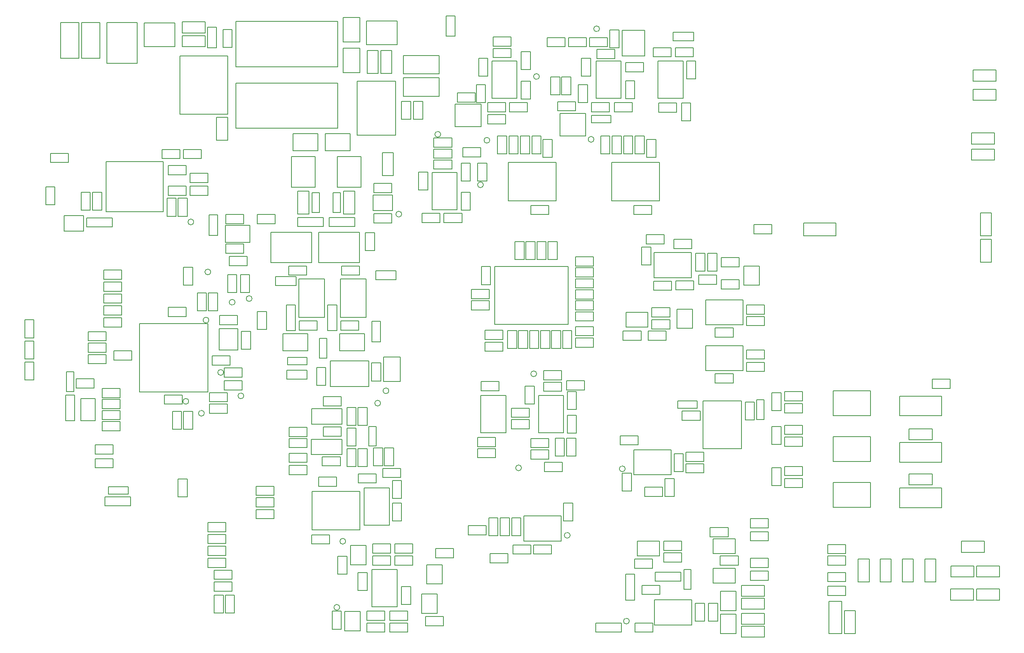
<source format=gbr>
G04 DesignSpark PCB Gerber Version 11.0 Build 5877*
G04 #@! TF.Part,Single*
G04 #@! TF.FileFunction,Other,MPPT PCB - PCB design - Documentation*
G04 #@! TF.FilePolarity,Positive*
%FSLAX35Y35*%
%MOIN*%
%ADD10C,0.00500*%
G04 #@! TD.AperFunction*
X0Y0D02*
D02*
D10*
X38368Y255171D02*
Y239817D01*
X30494D01*
Y255171D01*
X38368D01*
Y273281D02*
Y257927D01*
X30494D01*
Y273281D01*
X38368D01*
Y291392D02*
Y276037D01*
X30494D01*
Y291392D01*
X38368D01*
X56478Y405565D02*
Y390211D01*
X48604D01*
Y405565D01*
X56478D01*
X65533Y227022D02*
Y204974D01*
X73407D01*
Y227022D01*
X65533D01*
X66321Y229974D02*
Y246904D01*
X72620D01*
Y229974D01*
X66321D01*
X68093Y426431D02*
X52738D01*
Y434305D01*
X68093D01*
Y426431D01*
X76951Y546707D02*
Y515998D01*
X61203D01*
Y546707D01*
X76951D01*
X80888Y367573D02*
X64352D01*
Y380959D01*
X80888D01*
Y367573D01*
X83644Y371116D02*
X105691D01*
Y378990D01*
X83644D01*
Y371116D01*
X85022Y271510D02*
X100376D01*
Y263636D01*
X85022D01*
Y271510D01*
X86793Y400841D02*
Y385486D01*
X78919D01*
Y400841D01*
X86793D01*
X90140Y232927D02*
X74785D01*
Y240801D01*
X90140D01*
Y232927D01*
X90927Y172297D02*
X106281D01*
Y164423D01*
X90927D01*
Y172297D01*
Y184108D02*
X106281D01*
Y176234D01*
X90927D01*
Y184108D01*
X91124Y223872D02*
X78526D01*
Y204974D01*
X91124D01*
Y223872D01*
X95061Y546707D02*
Y515998D01*
X79313D01*
Y546707D01*
X95061D01*
X96636Y400841D02*
Y385486D01*
X88762D01*
Y400841D01*
X96636D01*
X96833Y204187D02*
X112187D01*
Y196313D01*
X96833D01*
Y204187D01*
Y213636D02*
X112187D01*
Y205762D01*
X96833D01*
Y213636D01*
Y223085D02*
X112187D01*
Y215211D01*
X96833D01*
Y223085D01*
Y232533D02*
X112187D01*
Y224659D01*
X96833D01*
Y232533D01*
X98407Y293163D02*
X113762D01*
Y285289D01*
X98407D01*
Y293163D01*
Y303400D02*
X113762D01*
Y295526D01*
X98407D01*
Y303400D01*
Y313636D02*
X113762D01*
Y305762D01*
X98407D01*
Y313636D01*
Y323872D02*
X113762D01*
Y315998D01*
X98407D01*
Y323872D01*
Y334108D02*
X113762D01*
Y326234D01*
X98407D01*
Y334108D01*
X100376Y253793D02*
X85022D01*
Y261667D01*
X100376D01*
Y253793D01*
Y273478D02*
X85022D01*
Y281352D01*
X100376D01*
Y273478D01*
X100482Y427262D02*
X149482D01*
Y384262D01*
X100482D01*
Y427262D01*
X100967Y546510D02*
Y511470D01*
X126951D01*
Y546510D01*
X100967D01*
X107069Y264817D02*
X122423D01*
Y256943D01*
X107069D01*
Y264817D01*
X119274Y141982D02*
X102344D01*
Y148281D01*
X119274D01*
Y141982D01*
X121439Y139620D02*
X99392D01*
Y131746D01*
X121439D01*
Y139620D01*
X129116Y229581D02*
X187778D01*
Y288242D01*
X129116D01*
Y229581D01*
X133053Y525841D02*
Y546313D01*
X159431D01*
Y525841D01*
X133053D01*
X148407Y437652D02*
X163762D01*
Y429778D01*
X148407D01*
Y437652D01*
X153526Y302219D02*
X168880D01*
Y294344D01*
X153526D01*
Y302219D01*
X157266Y197691D02*
Y213045D01*
X165140D01*
Y197691D01*
X157266D01*
X160415Y395722D02*
Y380368D01*
X152541D01*
Y395722D01*
X160415D01*
X161990Y139423D02*
Y154778D01*
X169864D01*
Y139423D01*
X161990D01*
X165533Y535289D02*
X185219D01*
Y525841D01*
X165533D01*
Y535289D01*
Y547100D02*
X185219D01*
Y537652D01*
X165533D01*
Y547100D01*
X165730Y219148D02*
X150376D01*
Y227022D01*
X165730D01*
Y219148D01*
X166715Y197691D02*
Y213045D01*
X174589D01*
Y197691D01*
X166715D01*
Y321313D02*
Y336667D01*
X174589D01*
Y321313D01*
X166715D01*
X168683Y224010D02*
G75*
G03*
Y219010I0J-2500D01*
G01*
G75*
G03*
Y224010I0J2500D01*
G01*
X168880Y398281D02*
X153526D01*
Y406156D01*
X168880D01*
Y398281D01*
Y415998D02*
X153526D01*
Y423872D01*
X168880D01*
Y415998D01*
X169864Y395722D02*
Y380368D01*
X161990D01*
Y395722D01*
X169864D01*
X173014Y377947D02*
G75*
G03*
Y372947I0J-2500D01*
G01*
G75*
G03*
Y377947I0J2500D01*
G01*
X178526Y299266D02*
Y314620D01*
X186400D01*
Y299266D01*
X178526D01*
X181872Y429778D02*
X166518D01*
Y437652D01*
X181872D01*
Y429778D01*
X182069Y213774D02*
G75*
G03*
Y208774I0J-2500D01*
G01*
G75*
G03*
Y213774I0J2500D01*
G01*
X186006Y293695D02*
G75*
G03*
Y288695I0J-2500D01*
G01*
G75*
G03*
Y293695I0J2500D01*
G01*
X187374Y542465D02*
X194874D01*
Y524965D01*
X187374D01*
Y542465D01*
X187581Y335033D02*
G75*
G03*
Y330033I0J-2500D01*
G01*
G75*
G03*
Y335033I0J2500D01*
G01*
X187778Y86864D02*
X203132D01*
Y78990D01*
X187778D01*
Y86864D01*
Y97100D02*
X203132D01*
Y89226D01*
X187778D01*
Y97100D01*
Y107337D02*
X203132D01*
Y99463D01*
X187778D01*
Y107337D01*
Y117573D02*
X203132D01*
Y109699D01*
X187778D01*
Y117573D01*
Y398281D02*
X172423D01*
Y406156D01*
X187778D01*
Y398281D01*
Y409305D02*
X172423D01*
Y417179D01*
X187778D01*
Y409305D01*
X188555Y381441D02*
X196055D01*
Y363941D01*
X188555D01*
Y381441D01*
X188959Y219148D02*
X204313D01*
Y211274D01*
X188959D01*
Y219148D01*
Y228990D02*
X204313D01*
Y221116D01*
X188959D01*
Y228990D01*
X192896Y66392D02*
X208250D01*
Y58518D01*
X192896D01*
Y66392D01*
Y76628D02*
X208250D01*
Y68754D01*
X192896D01*
Y76628D01*
X195848Y314620D02*
Y299266D01*
X187974D01*
Y314620D01*
X195848D01*
X198604Y248813D02*
G75*
G03*
Y243813I0J-2500D01*
G01*
G75*
G03*
Y248813I0J2500D01*
G01*
X200967Y55171D02*
Y39817D01*
X193093D01*
Y55171D01*
X200967D01*
X201557Y239226D02*
X216911D01*
Y231352D01*
X201557D01*
Y239226D01*
Y250250D02*
X216911D01*
Y242376D01*
X201557D01*
Y250250D01*
X202541Y372494D02*
X223801D01*
Y357927D01*
X202541D01*
Y372494D01*
X204510Y315014D02*
Y330368D01*
X212384D01*
Y315014D01*
X204510D01*
Y465211D02*
Y445526D01*
X195061D01*
Y465211D01*
X204510D01*
Y517770D02*
X163565D01*
Y467770D01*
X204510D01*
Y517770D01*
X205888Y345919D02*
X221242D01*
Y338045D01*
X205888D01*
Y345919D01*
X206675Y252612D02*
X191321D01*
Y260486D01*
X206675D01*
Y252612D01*
X208447Y309049D02*
G75*
G03*
Y304049I0J-2500D01*
G01*
G75*
G03*
Y309049I0J2500D01*
G01*
Y540604D02*
Y525250D01*
X200573D01*
Y540604D01*
X208447D01*
X210415Y55171D02*
Y39817D01*
X202541D01*
Y55171D01*
X210415D01*
X211547Y455959D02*
Y494709D01*
X299047D01*
Y455959D01*
X211547D01*
Y508715D02*
Y547465D01*
X299047D01*
Y508715D01*
X211547D01*
X212974Y287258D02*
X197620D01*
Y295132D01*
X212974D01*
Y287258D01*
X213171Y265407D02*
Y283911D01*
X197423D01*
Y265407D01*
X213171D01*
X215533Y315014D02*
Y330368D01*
X223407D01*
Y315014D01*
X215533D01*
X215927Y228734D02*
G75*
G03*
Y223734I0J-2500D01*
G01*
G75*
G03*
Y228734I0J2500D01*
G01*
X218486Y348675D02*
X203132D01*
Y356549D01*
X218486D01*
Y348675D01*
Y373872D02*
X203132D01*
Y381746D01*
X218486D01*
Y373872D01*
X223014Y312199D02*
G75*
G03*
Y307199I0J-2500D01*
G01*
G75*
G03*
Y312199I0J2500D01*
G01*
X224195Y281549D02*
Y266195D01*
X216321D01*
Y281549D01*
X224195D01*
X230100Y283124D02*
Y298478D01*
X237974D01*
Y283124D01*
X230100D01*
X244470Y120722D02*
X229116D01*
Y128596D01*
X244470D01*
Y120722D01*
Y130959D02*
X229116D01*
Y138833D01*
X244470D01*
Y130959D01*
Y140801D02*
X229116D01*
Y148675D01*
X244470D01*
Y140801D01*
X245258Y373872D02*
X229904D01*
Y381746D01*
X245258D01*
Y373872D01*
X245760Y320909D02*
Y328409D01*
X263260D01*
Y320909D01*
X245760D01*
X255209Y240594D02*
Y248094D01*
X272709D01*
Y240594D01*
X255209D01*
X257069Y337652D02*
X272423D01*
Y329778D01*
X257069D01*
Y337652D01*
X257463Y166392D02*
X272817D01*
Y158518D01*
X257463D01*
Y166392D01*
Y177022D02*
X272817D01*
Y169148D01*
X257463D01*
Y177022D01*
Y189620D02*
X272817D01*
Y181746D01*
X257463D01*
Y189620D01*
Y199069D02*
X272817D01*
Y191195D01*
X257463D01*
Y199069D01*
X259234Y431549D02*
X279707D01*
Y405171D01*
X259234D01*
Y431549D01*
X260809Y451234D02*
X282069D01*
Y436667D01*
X260809D01*
Y451234D01*
X262778Y282140D02*
Y304187D01*
X254904D01*
Y282140D01*
X262778D01*
X264746Y371510D02*
X286793D01*
Y379384D01*
X264746D01*
Y371510D01*
X265557Y326593D02*
X287557D01*
Y293593D01*
X265557D01*
Y326593D01*
X272817Y253006D02*
X255888D01*
Y259305D01*
X272817D01*
Y253006D01*
X273407Y265014D02*
X252148D01*
Y279581D01*
X273407D01*
Y265014D01*
X274195Y401825D02*
Y382140D01*
X264746D01*
Y401825D01*
X274195D01*
X276754Y106943D02*
X292108D01*
Y99069D01*
X276754D01*
Y106943D01*
Y366392D02*
X241715D01*
Y340407D01*
X276754D01*
Y366392D01*
X276923Y111309D02*
X317923D01*
Y144309D01*
X276923D01*
Y111309D01*
X276951Y383518D02*
Y400447D01*
X283250D01*
Y383518D01*
X276951D01*
X280888Y235112D02*
Y250467D01*
X288762D01*
Y235112D01*
X280888D01*
X281478Y282533D02*
X266124D01*
Y290407D01*
X281478D01*
Y282533D01*
X282659Y156549D02*
X298014D01*
Y148675D01*
X282659D01*
Y156549D01*
Y340407D02*
X317699D01*
Y366392D01*
X282659D01*
Y340407D01*
X283250Y258715D02*
Y275644D01*
X289549D01*
Y258715D01*
X283250D01*
X285809Y173931D02*
X301163D01*
Y166057D01*
X285809D01*
Y173931D01*
X288368Y451234D02*
X309628D01*
Y436667D01*
X288368D01*
Y451234D01*
X290337Y304187D02*
Y282140D01*
X298211D01*
Y304187D01*
X290337D01*
X291518Y371510D02*
X313565D01*
Y379384D01*
X291518D01*
Y371510D01*
X298211Y47238D02*
G75*
G03*
Y42238I0J-2500D01*
G01*
G75*
G03*
Y47238I0J2500D01*
G01*
X298604Y431549D02*
X319077D01*
Y405171D01*
X298604D01*
Y431549D01*
X298998Y73281D02*
Y88636D01*
X306872D01*
Y73281D01*
X298998D01*
X301360Y400447D02*
Y383518D01*
X295061D01*
Y400447D01*
X301360D01*
X301384Y326593D02*
X323384D01*
Y293593D01*
X301384D01*
Y326593D01*
X301951Y191589D02*
X286596D01*
Y199463D01*
X301951D01*
Y191589D01*
Y217573D02*
X286596D01*
Y225447D01*
X301951D01*
Y217573D01*
X302148Y41392D02*
Y26037D01*
X294274D01*
Y41392D01*
X302148D01*
X302344Y337652D02*
X317699D01*
Y329778D01*
X302344D01*
Y337652D01*
X302541Y201825D02*
X276557D01*
Y215211D01*
X302541D01*
Y201825D01*
X302640Y176037D02*
X276459D01*
Y189030D01*
X302640D01*
Y176037D01*
X303329Y103931D02*
G75*
G03*
Y98931I0J-2500D01*
G01*
G75*
G03*
Y103931I0J2500D01*
G01*
X303526Y529778D02*
Y551037D01*
X318093D01*
Y529778D01*
X303526D01*
X304904Y24659D02*
Y41195D01*
X318289D01*
Y24659D01*
X304904D01*
X306872Y165407D02*
Y180762D01*
X314746D01*
Y165407D01*
X306872D01*
X313565Y401825D02*
Y382140D01*
X304116D01*
Y401825D01*
X313565D01*
X314746Y198478D02*
Y183124D01*
X306872D01*
Y198478D01*
X314746D01*
Y216195D02*
Y200841D01*
X306872D01*
Y216195D01*
X314746D01*
X315533Y496116D02*
Y450053D01*
X348604D01*
Y496116D01*
X315533D01*
X316321Y59108D02*
Y74463D01*
X324195D01*
Y59108D01*
X316321D01*
Y165407D02*
Y180762D01*
X324195D01*
Y165407D01*
X316321D01*
X316518Y159305D02*
X331872D01*
Y151431D01*
X316518D01*
Y159305D01*
X316911Y282533D02*
X301557D01*
Y290407D01*
X316911D01*
Y282533D01*
X318093Y524659D02*
Y503400D01*
X303526D01*
Y524659D01*
X318093D01*
X321713Y147352D02*
X343213D01*
Y115352D01*
X321713D01*
Y147352D01*
X321833Y265014D02*
X300573D01*
Y279581D01*
X321833D01*
Y265014D01*
X322620Y350841D02*
Y366195D01*
X330494D01*
Y350841D01*
X322620D01*
X323407Y97888D02*
Y81352D01*
X310022D01*
Y97888D01*
X323407D01*
X323604Y527415D02*
Y547888D01*
X349982D01*
Y527415D01*
X323604D01*
X324195Y216195D02*
Y200841D01*
X316321D01*
Y216195D01*
X324195D01*
X325734Y256152D02*
Y234152D01*
X292734D01*
Y256152D01*
X325734D01*
X325770Y183124D02*
Y200053D01*
X332069D01*
Y183124D01*
X325770D01*
X328319Y290102D02*
X335819D01*
Y272602D01*
X328319D01*
Y290102D01*
X329116Y99069D02*
X344470D01*
Y91195D01*
X329116D01*
Y99069D01*
X329313Y398675D02*
X345848D01*
Y385289D01*
X329313D01*
Y398675D01*
X329707Y166195D02*
Y181549D01*
X337581D01*
Y166195D01*
X329707D01*
X329904Y382533D02*
X345258D01*
Y374659D01*
X329904D01*
Y382533D01*
Y408518D02*
X345258D01*
Y400644D01*
X329904D01*
Y408518D01*
X333250Y222435D02*
G75*
G03*
Y217435I0J-2500D01*
G01*
G75*
G03*
Y222435I0J2500D01*
G01*
X333644Y522691D02*
Y503006D01*
X324195D01*
Y522691D01*
X333644D01*
X336006Y254404D02*
Y239049D01*
X328132D01*
Y254404D01*
X336006D01*
X337187Y415211D02*
Y434896D01*
X346636D01*
Y415211D01*
X337187D01*
X338171Y238459D02*
Y259719D01*
X352738D01*
Y238459D01*
X338171D01*
X339156Y166195D02*
Y181549D01*
X347030D01*
Y166195D01*
X339156D01*
X339352Y23478D02*
X323998D01*
Y31352D01*
X339352D01*
Y23478D01*
Y33715D02*
X323998D01*
Y41589D01*
X339352D01*
Y33715D01*
X340337Y233065D02*
G75*
G03*
Y228065I0J-2500D01*
G01*
G75*
G03*
Y233065I0J2500D01*
G01*
X344470Y80959D02*
X329116D01*
Y88833D01*
X344470D01*
Y80959D01*
X345455Y522691D02*
Y503006D01*
X336006D01*
Y522691D01*
X345455D01*
X345848Y118951D02*
Y134305D01*
X353722D01*
Y118951D01*
X345848D01*
Y138242D02*
Y153596D01*
X353722D01*
Y138242D01*
X345848D01*
X349087Y333528D02*
Y326028D01*
X331587D01*
Y333528D01*
X349087D01*
X349906Y45274D02*
X328406D01*
Y77274D01*
X349906D01*
Y45274D01*
X351360Y384640D02*
G75*
G03*
Y379640I0J-2500D01*
G01*
G75*
G03*
Y384640I0J2500D01*
G01*
X353132Y156156D02*
X337778D01*
Y164030D01*
X353132D01*
Y156156D01*
X353722Y463439D02*
Y478793D01*
X361596D01*
Y463439D01*
X353722D01*
X359037Y23478D02*
X343683D01*
Y31352D01*
X359037D01*
Y23478D01*
Y33715D02*
X343683D01*
Y41589D01*
X359037D01*
Y33715D01*
X361596Y62652D02*
Y47297D01*
X353722D01*
Y62652D01*
X361596D01*
X363368Y80959D02*
X348014D01*
Y88833D01*
X363368D01*
Y80959D01*
Y91195D02*
X348014D01*
Y99069D01*
X363368D01*
Y91195D01*
X363959Y463439D02*
Y478793D01*
X371833D01*
Y463439D01*
X363959D01*
X368289Y402809D02*
Y418163D01*
X376163D01*
Y402809D01*
X368289D01*
X375376Y64817D02*
Y81352D01*
X388762D01*
Y64817D01*
X375376D01*
X379980Y417825D02*
X401480D01*
Y385825D01*
X379980D01*
Y417825D01*
X381478Y438045D02*
X396833D01*
Y430171D01*
X381478D01*
Y438045D01*
X384431Y56156D02*
Y39620D01*
X371045D01*
Y56156D01*
X384431D01*
X384825Y453144D02*
G75*
G03*
Y448144I0J-2500D01*
G01*
G75*
G03*
Y453144I0J2500D01*
G01*
X386006Y483321D02*
X355297D01*
Y499069D01*
X386006D01*
Y483321D01*
Y502612D02*
X355297D01*
Y518360D01*
X386006D01*
Y502612D01*
X386596Y375053D02*
X371242D01*
Y382927D01*
X386596D01*
Y375053D01*
X389746Y28990D02*
X374392D01*
Y36864D01*
X389746D01*
Y28990D01*
X390140Y382927D02*
X405494D01*
Y375053D01*
X390140D01*
Y382927D01*
X392098Y552307D02*
X399598D01*
Y534807D01*
X392098D01*
Y552307D01*
X396833Y420722D02*
X381478D01*
Y428596D01*
X396833D01*
Y420722D01*
Y439620D02*
X381478D01*
Y447494D01*
X396833D01*
Y439620D01*
X398407Y87258D02*
X383053D01*
Y95132D01*
X398407D01*
Y87258D01*
X404904Y410683D02*
Y426037D01*
X412778D01*
Y410683D01*
X404904D01*
X412778Y400841D02*
Y385486D01*
X404904D01*
Y400841D01*
X412778D01*
X413762Y307730D02*
X429116D01*
Y299856D01*
X413762D01*
Y307730D01*
Y317573D02*
X429116D01*
Y309699D01*
X413762D01*
Y317573D01*
X416911Y478203D02*
X401557D01*
Y486077D01*
X416911D01*
Y478203D01*
X419864Y500447D02*
Y515801D01*
X427738D01*
Y500447D01*
X419864D01*
X421439Y409837D02*
G75*
G03*
Y404837I0J-2500D01*
G01*
G75*
G03*
Y409837I0J2500D01*
G01*
X421636Y431352D02*
X406281D01*
Y439226D01*
X421636D01*
Y431352D01*
X421713Y226486D02*
X443213D01*
Y194486D01*
X421713D01*
Y226486D01*
X421833Y476431D02*
Y457140D01*
X399785D01*
Y476431D01*
X421833D01*
X422030Y238439D02*
X437384D01*
Y230565D01*
X422030D01*
Y238439D01*
X425179Y272297D02*
X440533D01*
Y264423D01*
X425179D01*
Y272297D01*
Y282533D02*
X440533D01*
Y274659D01*
X425179D01*
Y282533D01*
X425770Y493360D02*
Y478006D01*
X417896D01*
Y493360D01*
X425770D01*
X426360Y106943D02*
X411006D01*
Y114817D01*
X426360D01*
Y106943D01*
X426951Y426037D02*
Y410683D01*
X419077D01*
Y426037D01*
X426951D01*
Y448026D02*
G75*
G03*
Y443026I0J-2500D01*
G01*
G75*
G03*
Y448026I0J2500D01*
G01*
X427541Y467573D02*
X442896D01*
Y459699D01*
X427541D01*
Y467573D01*
X429510Y90801D02*
X444864D01*
Y82927D01*
X429510D01*
Y90801D01*
X430100Y337061D02*
Y321707D01*
X422226D01*
Y337061D01*
X430100D01*
X431161Y513494D02*
X452661D01*
Y481494D01*
X431161D01*
Y513494D01*
X432266Y534108D02*
X447620D01*
Y526234D01*
X432266D01*
Y534108D01*
X433644Y337258D02*
X496636D01*
Y287652D01*
X433644D01*
Y337258D01*
X434234Y173085D02*
X418880D01*
Y180959D01*
X434234D01*
Y173085D01*
Y182533D02*
X418880D01*
Y190407D01*
X434234D01*
Y182533D01*
X436006Y433911D02*
Y449266D01*
X443880D01*
Y433911D01*
X436006D01*
X436400Y121707D02*
Y106352D01*
X428526D01*
Y121707D01*
X436400D01*
X438368Y106352D02*
Y121707D01*
X446242D01*
Y106352D01*
X438368D01*
X442896Y469935D02*
X427541D01*
Y477809D01*
X442896D01*
Y469935D01*
X445848Y433911D02*
Y449266D01*
X453722D01*
Y433911D01*
X445848D01*
X446439Y477809D02*
X461793D01*
Y469935D01*
X446439D01*
Y477809D01*
X447620Y516392D02*
X432266D01*
Y524266D01*
X447620D01*
Y516392D01*
X448211Y106352D02*
Y121707D01*
X456085D01*
Y106352D01*
X448211D01*
X449195Y98281D02*
X464549D01*
Y90407D01*
X449195D01*
Y98281D01*
X450967Y343360D02*
Y358715D01*
X458841D01*
Y343360D01*
X450967D01*
X452541Y282337D02*
Y266982D01*
X444667D01*
Y282337D01*
X452541D01*
X454116Y166923D02*
G75*
G03*
Y161923I0J-2500D01*
G01*
G75*
G03*
Y166923I0J2500D01*
G01*
X455691Y433911D02*
Y449266D01*
X463565D01*
Y433911D01*
X455691D01*
X456478Y506352D02*
Y521707D01*
X464352D01*
Y506352D01*
X456478D01*
X460415Y343360D02*
Y358715D01*
X468289D01*
Y343360D01*
X460415D01*
X461990Y282337D02*
Y266982D01*
X454116D01*
Y282337D01*
X461990D01*
X463368Y197888D02*
X448014D01*
Y205762D01*
X463368D01*
Y197888D01*
Y207730D02*
X448014D01*
Y215604D01*
X463368D01*
Y207730D01*
X464352Y496116D02*
Y480762D01*
X456478D01*
Y496116D01*
X464352D01*
X464549Y189620D02*
X479904D01*
Y181746D01*
X464549D01*
Y189620D01*
X465533Y433911D02*
Y449266D01*
X473407D01*
Y433911D01*
X465533D01*
X467108Y247632D02*
G75*
G03*
Y242632I0J-2500D01*
G01*
G75*
G03*
Y247632I0J2500D01*
G01*
X467502Y234699D02*
Y219344D01*
X459628D01*
Y234699D01*
X467502D01*
X469470Y502750D02*
G75*
G03*
Y497750I0J-2500D01*
G01*
G75*
G03*
Y502750I0J2500D01*
G01*
X469864Y343360D02*
Y358715D01*
X477738D01*
Y343360D01*
X469864D01*
X471319Y226486D02*
X492819D01*
Y194486D01*
X471319D01*
Y226486D01*
X471439Y282337D02*
Y266982D01*
X463565D01*
Y282337D01*
X471439D01*
X475573Y238045D02*
X490927D01*
Y230171D01*
X475573D01*
Y238045D01*
X476360Y169148D02*
X491715D01*
Y161274D01*
X476360D01*
Y169148D01*
X478722Y533715D02*
X494077D01*
Y525841D01*
X478722D01*
Y533715D01*
X479313Y343360D02*
Y358715D01*
X487187D01*
Y343360D01*
X479313D01*
X479904Y171904D02*
X464549D01*
Y179778D01*
X479904D01*
Y171904D01*
Y381746D02*
X464549D01*
Y389620D01*
X479904D01*
Y381746D01*
X480888Y282337D02*
Y266982D01*
X473014D01*
Y282337D01*
X480888D01*
X482266Y90407D02*
X466911D01*
Y98281D01*
X482266D01*
Y90407D01*
X482856Y446116D02*
Y430762D01*
X474982D01*
Y446116D01*
X482856D01*
X485612Y174463D02*
Y189817D01*
X493486D01*
Y174463D01*
X485612D01*
X486427Y426593D02*
X445427D01*
Y393593D01*
X486427D01*
Y426593D01*
X487778Y478596D02*
X503132D01*
Y470722D01*
X487778D01*
Y478596D01*
X489549Y500053D02*
Y484699D01*
X481675D01*
Y500053D01*
X489549D01*
X490337Y282337D02*
Y266982D01*
X482463D01*
Y282337D01*
X490337D01*
X490589Y123205D02*
Y101705D01*
X458589D01*
Y123205D01*
X490589D01*
X490927Y240014D02*
X475573D01*
Y247888D01*
X490927D01*
Y240014D01*
X495258Y239226D02*
X510612D01*
Y231352D01*
X495258D01*
Y239226D01*
X495848Y109049D02*
G75*
G03*
Y104049I0J-2500D01*
G01*
G75*
G03*
Y109049I0J2500D01*
G01*
X496833Y533715D02*
X512187D01*
Y525841D01*
X496833D01*
Y533715D01*
X498998Y500053D02*
Y484699D01*
X491124D01*
Y500053D01*
X498998D01*
X499785Y282337D02*
Y266982D01*
X491911D01*
Y282337D01*
X499785D01*
X500573Y134305D02*
Y118951D01*
X492699D01*
Y134305D01*
X500573D01*
X503132Y275841D02*
X518486D01*
Y267967D01*
X503132D01*
Y275841D01*
Y285683D02*
X518486D01*
Y277809D01*
X503132D01*
Y285683D01*
Y298281D02*
X518486D01*
Y290407D01*
X503132D01*
Y298281D01*
Y307730D02*
X518486D01*
Y299856D01*
X503132D01*
Y307730D01*
Y317179D02*
X518486D01*
Y309305D01*
X503132D01*
Y317179D01*
Y326628D02*
X518486D01*
Y318754D01*
X503132D01*
Y326628D01*
Y336077D02*
X518486D01*
Y328203D01*
X503132D01*
Y336077D01*
Y345526D02*
X518486D01*
Y337652D01*
X503132D01*
Y345526D01*
X503329Y189817D02*
Y174463D01*
X495455D01*
Y189817D01*
X503329D01*
X503722Y209502D02*
Y194148D01*
X495848D01*
Y209502D01*
X503722D01*
Y229974D02*
Y214620D01*
X495848D01*
Y229974D01*
X503722D01*
X508053Y500447D02*
Y515801D01*
X515927D01*
Y500447D01*
X508053D01*
X511596Y468557D02*
Y449266D01*
X489549D01*
Y468557D01*
X511596D01*
X513171Y493360D02*
Y478006D01*
X505297D01*
Y493360D01*
X513171D01*
X516321Y448813D02*
G75*
G03*
Y443813I0J-2500D01*
G01*
G75*
G03*
Y448813I0J2500D01*
G01*
X520531Y513494D02*
X542031D01*
Y481494D01*
X520531D01*
Y513494D01*
X521045Y543695D02*
G75*
G03*
Y538695I0J-2500D01*
G01*
G75*
G03*
Y543695I0J2500D01*
G01*
X521242Y523478D02*
X536596D01*
Y515604D01*
X521242D01*
Y523478D01*
X530297Y525841D02*
X514943D01*
Y533715D01*
X530297D01*
Y525841D01*
X531872Y469935D02*
X516518D01*
Y477809D01*
X531872D01*
Y469935D01*
X532463Y449266D02*
Y433911D01*
X524589D01*
Y449266D01*
X532463D01*
X533447Y460486D02*
X516518D01*
Y466785D01*
X533447D01*
Y460486D01*
X536203Y477809D02*
X551557D01*
Y469935D01*
X536203D01*
Y477809D01*
X540337Y540211D02*
Y524856D01*
X532463D01*
Y540211D01*
X540337D01*
X541321Y191982D02*
X556675D01*
Y184108D01*
X541321D01*
Y191982D01*
X542305Y31352D02*
X520258D01*
Y23478D01*
X542305D01*
Y31352D01*
Y449266D02*
Y433911D01*
X534431D01*
Y449266D01*
X542305D01*
X542896Y540014D02*
X562187D01*
Y517967D01*
X542896D01*
Y540014D01*
X543093Y144541D02*
Y159896D01*
X550967D01*
Y144541D01*
X543093D01*
Y166136D02*
G75*
G03*
Y161136I0J-2500D01*
G01*
G75*
G03*
Y166136I0J2500D01*
G01*
X543821Y281746D02*
X559175D01*
Y273872D01*
X543821D01*
Y281746D01*
X546045Y512061D02*
X561400D01*
Y504187D01*
X546045D01*
Y512061D01*
X546242Y297888D02*
Y285289D01*
X565140D01*
Y297888D01*
X546242D01*
X546636Y35427D02*
G75*
G03*
Y30427I0J-2500D01*
G01*
G75*
G03*
Y35427I0J2500D01*
G01*
X552148Y449266D02*
Y433911D01*
X544274D01*
Y449266D01*
X552148D01*
X553077Y158398D02*
Y179898D01*
X585077D01*
Y158398D01*
X553077D01*
X553526Y86077D02*
X568880D01*
Y78203D01*
X553526D01*
Y86077D01*
X553722Y51037D02*
Y73085D01*
X545848D01*
Y51037D01*
X553722D01*
Y496510D02*
Y481156D01*
X545848D01*
Y496510D01*
X553722D01*
X553919Y31352D02*
X569274D01*
Y23478D01*
X553919D01*
Y31352D01*
X556085Y101431D02*
Y88833D01*
X574982D01*
Y101431D01*
X556085D01*
X559628Y338636D02*
Y353990D01*
X567502D01*
Y338636D01*
X559628D01*
X559825Y63636D02*
X575179D01*
Y55762D01*
X559825D01*
Y63636D01*
X561990Y449266D02*
Y433911D01*
X554116D01*
Y449266D01*
X561990D01*
X565337Y281746D02*
X580691D01*
Y273872D01*
X565337D01*
Y281746D01*
X568486Y291589D02*
X583841D01*
Y283715D01*
X568486D01*
Y291589D01*
Y381746D02*
X553132D01*
Y389620D01*
X568486D01*
Y381746D01*
X570793Y29657D02*
Y51157D01*
X602793D01*
Y29657D01*
X570793D01*
X571833Y446116D02*
Y430762D01*
X563959D01*
Y446116D01*
X571833D01*
X574392Y477415D02*
X589746D01*
Y469541D01*
X574392D01*
Y477415D01*
X575010Y426593D02*
X534010D01*
Y393593D01*
X575010D01*
Y426593D01*
X577541Y140014D02*
X562187D01*
Y147888D01*
X577541D01*
Y140014D01*
X579116Y356549D02*
X563762D01*
Y364423D01*
X579116D01*
Y356549D01*
X583841Y293951D02*
X568486D01*
Y301825D01*
X583841D01*
Y293951D01*
X585022Y517179D02*
X569667D01*
Y525053D01*
X585022D01*
Y517179D01*
X585415Y316785D02*
X570061D01*
Y324659D01*
X585415D01*
Y316785D01*
X586705Y530752D02*
Y538252D01*
X604205D01*
Y530752D01*
X586705D01*
X587384Y360486D02*
X602738D01*
Y352612D01*
X587384D01*
Y360486D01*
X587581Y155171D02*
Y139817D01*
X579707D01*
Y155171D01*
X587581D01*
X588565Y525053D02*
X603919D01*
Y517179D01*
X588565D01*
Y525053D01*
X589943Y284108D02*
Y300644D01*
X603329D01*
Y284108D01*
X589943D01*
X590533Y221904D02*
X607463D01*
Y215604D01*
X590533D01*
Y221904D01*
X593486Y75053D02*
X571439D01*
Y67179D01*
X593486D01*
Y75053D01*
X593880Y462258D02*
Y477612D01*
X601754D01*
Y462258D01*
X593880D01*
X594077Y83715D02*
X578722D01*
Y91589D01*
X594077D01*
Y83715D01*
Y93557D02*
X578722D01*
Y101431D01*
X594077D01*
Y93557D01*
X594470Y213242D02*
X609825D01*
Y205368D01*
X594470D01*
Y213242D01*
X595181Y481494D02*
X573681D01*
Y513494D01*
X595181D01*
Y481494D01*
X595435Y176589D02*
Y161234D01*
X587561D01*
Y176589D01*
X595435D01*
X598211Y498085D02*
Y513439D01*
X606085D01*
Y498085D01*
X598211D01*
X602148Y77219D02*
Y60289D01*
X595848D01*
Y77219D01*
X602148D01*
X602400Y349189D02*
Y327689D01*
X570400D01*
Y349189D01*
X602400D01*
X604313Y317179D02*
X588959D01*
Y325053D01*
X604313D01*
Y317179D01*
X612419Y221931D02*
Y180931D01*
X645419D01*
Y221931D01*
X612419D01*
X612974Y160093D02*
X597620D01*
Y167967D01*
X612974D01*
Y160093D01*
Y169935D02*
X597620D01*
Y177809D01*
X612974D01*
Y169935D01*
X613565Y48085D02*
Y32730D01*
X605691D01*
Y48085D01*
X613565D01*
X613959Y348478D02*
Y333124D01*
X606085D01*
Y348478D01*
X613959D01*
X616321Y333124D02*
Y348478D01*
X624195D01*
Y333124D01*
X616321D01*
X617108Y32730D02*
Y48085D01*
X624982D01*
Y32730D01*
X617108D01*
X618486Y113242D02*
X633841D01*
Y105368D01*
X618486D01*
Y113242D01*
X621045Y78203D02*
Y65604D01*
X639943D01*
Y78203D01*
X621045D01*
Y103400D02*
Y90801D01*
X639943D01*
Y103400D01*
X621045D01*
X622817Y245132D02*
X638171D01*
Y237258D01*
X622817D01*
Y245132D01*
Y284502D02*
X638171D01*
Y276628D01*
X622817D01*
Y284502D01*
X623998Y321904D02*
X608644D01*
Y329778D01*
X623998D01*
Y321904D01*
X627344Y22297D02*
Y38833D01*
X640730D01*
Y22297D01*
X627344D01*
X627935Y344738D02*
X643289D01*
Y336864D01*
X627935D01*
Y344738D01*
X640730Y58518D02*
Y41982D01*
X627344D01*
Y58518D01*
X640730D01*
X642502Y80959D02*
X627148D01*
Y88833D01*
X642502D01*
Y80959D01*
X643289Y317967D02*
X627935D01*
Y325841D01*
X643289D01*
Y317967D01*
X646494Y269268D02*
Y247768D01*
X614494D01*
Y269268D01*
X646494D01*
Y308638D02*
Y287138D01*
X614494D01*
Y308638D01*
X646494D01*
X649589Y254974D02*
X664943D01*
Y247100D01*
X649589D01*
Y254974D01*
Y265604D02*
X664943D01*
Y257730D01*
X649589D01*
Y265604D01*
Y294344D02*
X664943D01*
Y286470D01*
X649589D01*
Y294344D01*
Y304187D02*
X664943D01*
Y296313D01*
X649589D01*
Y304187D01*
X653132Y75841D02*
X668486D01*
Y67967D01*
X653132D01*
Y75841D01*
Y86864D02*
X668486D01*
Y78990D01*
X653132D01*
Y86864D01*
Y109699D02*
X668486D01*
Y101825D01*
X653132D01*
Y109699D01*
Y120722D02*
X668486D01*
Y112848D01*
X653132D01*
Y120722D01*
X655888Y373085D02*
X671242D01*
Y365211D01*
X655888D01*
Y373085D01*
X656478Y220919D02*
Y205565D01*
X648604D01*
Y220919D01*
X656478D01*
X658447Y205959D02*
Y222888D01*
X664746D01*
Y205959D01*
X658447D01*
X660809Y337652D02*
Y321116D01*
X647423D01*
Y337652D01*
X660809D01*
X665140Y19148D02*
X645455D01*
Y28596D01*
X665140D01*
Y19148D01*
Y30171D02*
X645455D01*
Y39620D01*
X665140D01*
Y30171D01*
Y43163D02*
X645455D01*
Y52612D01*
X665140D01*
Y43163D01*
Y54187D02*
X645455D01*
Y63636D01*
X665140D01*
Y54187D01*
X671439Y149266D02*
Y164620D01*
X679313D01*
Y149266D01*
X671439D01*
Y184699D02*
Y200053D01*
X679313D01*
Y184699D01*
X671439D01*
Y213439D02*
Y228793D01*
X679313D01*
Y213439D01*
X671439D01*
X697620Y147494D02*
X682266D01*
Y155368D01*
X697620D01*
Y147494D01*
Y157730D02*
X682266D01*
Y165604D01*
X697620D01*
Y157730D01*
Y182927D02*
X682266D01*
Y190801D01*
X697620D01*
Y182927D01*
Y193163D02*
X682266D01*
Y201037D01*
X697620D01*
Y193163D01*
Y211667D02*
X682266D01*
Y219541D01*
X697620D01*
Y211667D01*
Y221904D02*
X682266D01*
Y229778D01*
X697620D01*
Y221904D01*
X720258Y49856D02*
Y22297D01*
X731281D01*
Y49856D01*
X720258D01*
X723943Y130445D02*
Y151945D01*
X755943D01*
Y130445D01*
X723943D01*
Y169815D02*
Y191315D01*
X755943D01*
Y169815D01*
X723943D01*
Y209185D02*
Y230685D01*
X755943D01*
Y209185D01*
X723943D01*
X726163Y374659D02*
X698604D01*
Y363636D01*
X726163D01*
Y374659D01*
X734628Y54974D02*
X719274D01*
Y62848D01*
X734628D01*
Y54974D01*
Y66785D02*
X719274D01*
Y74659D01*
X734628D01*
Y66785D01*
Y80959D02*
X719274D01*
Y88833D01*
X734628D01*
Y80959D01*
Y90801D02*
X719274D01*
Y98675D01*
X734628D01*
Y90801D01*
X743093Y41982D02*
Y22297D01*
X733644D01*
Y41982D01*
X743093D01*
X754904Y86077D02*
Y66392D01*
X745455D01*
Y86077D01*
X754904D01*
X764352Y66392D02*
Y86077D01*
X773801D01*
Y66392D01*
X764352D01*
X781085Y130368D02*
X816911D01*
Y147297D01*
X781085D01*
Y130368D01*
Y169344D02*
X816911D01*
Y186274D01*
X781085D01*
Y169344D01*
Y209108D02*
X816911D01*
Y226037D01*
X781085D01*
Y209108D01*
X792699Y86077D02*
Y66392D01*
X783250D01*
Y86077D01*
X792699D01*
X808841Y149856D02*
X789156D01*
Y159305D01*
X808841D01*
Y149856D01*
Y188439D02*
X789156D01*
Y197888D01*
X808841D01*
Y188439D01*
X811990Y86077D02*
Y66392D01*
X802541D01*
Y86077D01*
X811990D01*
X824392Y232533D02*
X809037D01*
Y240407D01*
X824392D01*
Y232533D01*
X824982Y80171D02*
X844667D01*
Y70722D01*
X824982D01*
Y80171D01*
X842699Y451825D02*
X862384D01*
Y442376D01*
X842699D01*
Y451825D01*
X843880Y505762D02*
X863565D01*
Y496313D01*
X843880D01*
Y505762D01*
X844274Y51037D02*
X824589D01*
Y60486D01*
X844274D01*
Y51037D01*
X850179Y340801D02*
Y360486D01*
X859628D01*
Y340801D01*
X850179D01*
Y363636D02*
Y383321D01*
X859628D01*
Y363636D01*
X850179D01*
X853722Y91982D02*
X834037D01*
Y101431D01*
X853722D01*
Y91982D01*
X862384Y428596D02*
X842699D01*
Y438045D01*
X862384D01*
Y428596D01*
X863565Y479778D02*
X843880D01*
Y489226D01*
X863565D01*
Y479778D01*
X866715Y51037D02*
X847030D01*
Y60486D01*
X866715D01*
Y51037D01*
Y70722D02*
X847030D01*
Y80171D01*
X866715D01*
Y70722D01*
X0Y0D02*
M02*

</source>
